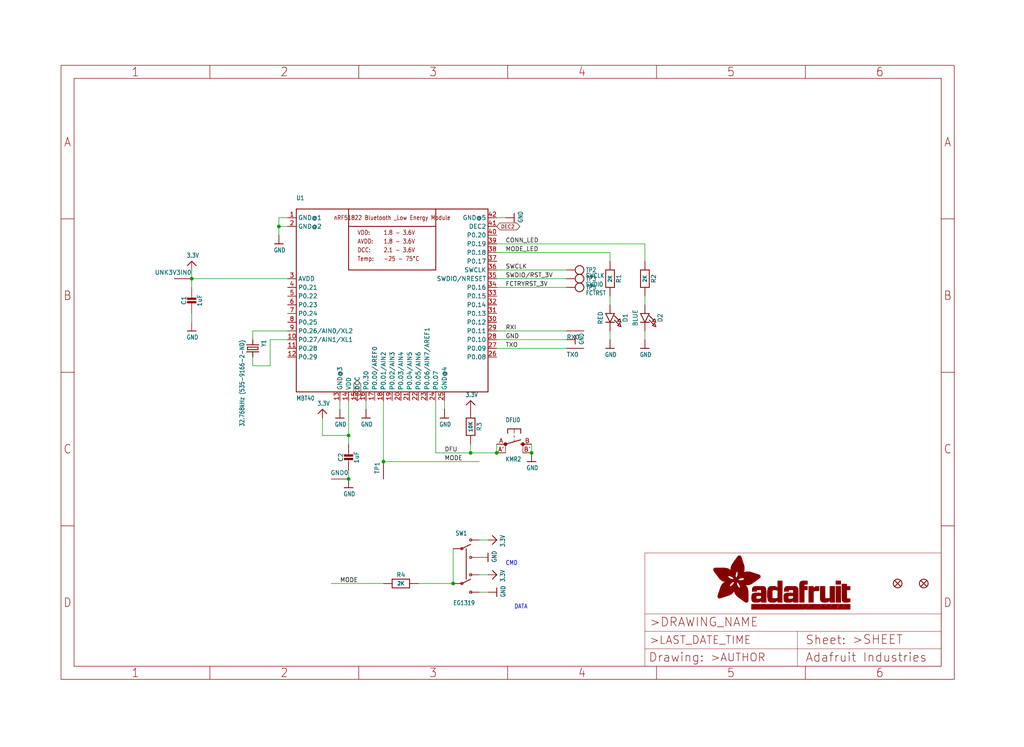
<source format=kicad_sch>
(kicad_sch (version 20211123) (generator eeschema)
  (paper "User" 298.45 217.881)
  (lib_symbols
    (symbol "eagleSchem-eagle-import:3.3V" (power)
      (property "Value" "3.3V" (at -1.524 1.016 0))
      (symbol "3.3V_1_0"
        (pin power_in line (at 0 -2.54 90) (length 2.54) (name "3.3V") (number "1"))
      )
    )
    (symbol "eagleSchem-eagle-import:CAP_CERAMIC0805-NOOUTLINE"
      (property "Reference" "C" (at -2.29 1.25 90))
      (property "Value" "CAP_CERAMIC0805-NOOUTLINE" (at 2.3 1.25 90))
      (symbol "CAP_CERAMIC0805-NOOUTLINE_1_0"
        (pin passive line (at 0 5.08 270) (length 2.54) (name "1") (number "1"))
        (pin passive line (at 0 -2.54 90) (length 2.54) (name "2") (number "2"))
      )
    )
    (symbol "eagleSchem-eagle-import:CRYSTAL2.0X6.0_32.768"
      (property "Reference" "Y" (at -2.54 2.54 0))
      (property "Value" "CRYSTAL2.0X6.0_32.768" (at -2.54 -3.81 0))
      (symbol "CRYSTAL2.0X6.0_32.768_1_0"
        (pin passive line (at -2.54 0 0) (length 0) (name "1") (number "1"))
        (pin passive line (at 2.54 0 180) (length 0) (name "2") (number "2"))
      )
    )
    (symbol "eagleSchem-eagle-import:FIDUCIAL{dblquote}{dblquote}")
    (symbol "eagleSchem-eagle-import:FRAME_A4_ADAFRUIT"
      (symbol "FRAME_A4_ADAFRUIT_1_0"
        (text "1" (at 21.6958 1.905 0) (effects (font (size 2.54 2.286))))
        (text "1" (at 21.6958 177.165 0) (effects (font (size 2.54 2.286))))
        (text "2" (at 65.0875 1.905 0) (effects (font (size 2.54 2.286))))
        (text "2" (at 65.0875 177.165 0) (effects (font (size 2.54 2.286))))
        (text "3" (at 108.4792 1.905 0) (effects (font (size 2.54 2.286))))
        (text "3" (at 108.4792 177.165 0) (effects (font (size 2.54 2.286))))
        (text "4" (at 151.8708 1.905 0) (effects (font (size 2.54 2.286))))
        (text "4" (at 151.8708 177.165 0) (effects (font (size 2.54 2.286))))
        (text "5" (at 195.2625 1.905 0) (effects (font (size 2.54 2.286))))
        (text "5" (at 195.2625 177.165 0) (effects (font (size 2.54 2.286))))
        (text "6" (at 238.6542 1.905 0) (effects (font (size 2.54 2.286))))
        (text "6" (at 238.6542 177.165 0) (effects (font (size 2.54 2.286))))
        (text ">AUTHOR" (at 189.23 5.08 0) (effects (font (size 2.286 2.286)) (justify left bottom)))
        (text ">DRAWING_NAME" (at 171.45 15.24 0) (effects (font (size 2.54 2.54)) (justify left bottom)))
        (text ">LAST_DATE_TIME" (at 171.45 10.16 0) (effects (font (size 2.286 2.286)) (justify left bottom)))
        (text ">SHEET" (at 230.505 10.16 0) (effects (font (size 2.54 2.54)) (justify left bottom)))
        (text "A" (at 1.905 156.6863 0) (effects (font (size 2.54 2.286))))
        (text "A" (at 258.445 156.6863 0) (effects (font (size 2.54 2.286))))
        (text "Adafruit Industries" (at 216.916 4.953 0) (effects (font (size 2.54 2.54)) (justify left bottom)))
        (text "B" (at 1.905 111.9188 0) (effects (font (size 2.54 2.286))))
        (text "B" (at 258.445 111.9188 0) (effects (font (size 2.54 2.286))))
        (text "C" (at 1.905 67.1513 0) (effects (font (size 2.54 2.286))))
        (text "C" (at 258.445 67.1513 0) (effects (font (size 2.54 2.286))))
        (text "D" (at 1.905 22.3838 0) (effects (font (size 2.54 2.286))))
        (text "D" (at 258.445 22.3838 0) (effects (font (size 2.54 2.286))))
        (text "Drawing:" (at 171.196 4.953 0) (effects (font (size 2.54 2.54)) (justify left bottom)))
        (text "Sheet:" (at 216.916 10.033 0) (effects (font (size 2.54 2.54)) (justify left bottom)))
      )
    )
    (symbol "eagleSchem-eagle-import:GND" (power)
      (property "Value" "GND" (at -1.524 -2.54 0))
      (symbol "GND_1_0"
        (pin power_in line (at 0 2.54 270) (length 2.54) (name "GND") (number "1"))
      )
    )
    (symbol "eagleSchem-eagle-import:LED0805_NOOUTLINE"
      (property "Reference" "D" (at -1.27 4.445 0))
      (property "Value" "LED0805_NOOUTLINE" (at -1.27 -2.794 0))
      (symbol "LED0805_NOOUTLINE_1_0"
        (pin passive line (at -5.08 0 0) (length 2.54) (name "A") (number "A"))
        (pin passive line (at 2.54 0 180) (length 2.54) (name "C") (number "C"))
      )
    )
    (symbol "eagleSchem-eagle-import:NRF51822_MODULE_MDBT40"
      (property "Reference" "U" (at -27.94 27.94 0))
      (property "Value" "NRF51822_MODULE_MDBT40" (at -27.94 -30.48 0))
      (symbol "NRF51822_MODULE_MDBT40_1_0"
        (text "-25 - 75°C" (at -2.54 10.16 0) (effects (font (size 1.27 1.0795)) (justify left bottom)))
        (text "1.8 - 3.6V" (at -2.54 15.24 0) (effects (font (size 1.27 1.0795)) (justify left bottom)))
        (text "1.8 - 3.6V" (at -2.54 17.78 0) (effects (font (size 1.27 1.0795)) (justify left bottom)))
        (text "2.1 - 3.6V" (at -2.54 12.7 0) (effects (font (size 1.27 1.0795)) (justify left bottom)))
        (text "AVDD:" (at -10.16 15.24 0) (effects (font (size 1.27 1.0795)) (justify left bottom)))
        (text "DCC:" (at -10.16 12.7 0) (effects (font (size 1.27 1.0795)) (justify left bottom)))
        (text "nRF51822 Bluetooth _Low Energy Module" (at 0 22.86 0) (effects (font (size 1.27 1.0795))))
        (text "Temp:" (at -10.16 10.16 0) (effects (font (size 1.27 1.0795)) (justify left bottom)))
        (text "VDD:" (at -10.16 17.78 0) (effects (font (size 1.27 1.0795)) (justify left bottom)))
        (pin power_in line (at -30.48 22.86 0) (length 2.54) (name "GND@1") (number "1"))
        (pin bidirectional line (at -30.48 -12.7 0) (length 2.54) (name "P0.27/AIN1/XL1") (number "10"))
        (pin bidirectional line (at -30.48 -15.24 0) (length 2.54) (name "P0.28") (number "11"))
        (pin bidirectional line (at -30.48 -17.78 0) (length 2.54) (name "P0.29") (number "12"))
        (pin power_in line (at -15.24 -30.48 90) (length 2.54) (name "GND@3") (number "13"))
        (pin power_in line (at -12.7 -30.48 90) (length 2.54) (name "VDD") (number "14"))
        (pin power_in line (at -10.16 -30.48 90) (length 2.54) (name "DCC") (number "15"))
        (pin bidirectional line (at -7.62 -30.48 90) (length 2.54) (name "P0.30") (number "16"))
        (pin bidirectional line (at -5.08 -30.48 90) (length 2.54) (name "P0.00/AREF0") (number "17"))
        (pin bidirectional line (at -2.54 -30.48 90) (length 2.54) (name "P0.01/AIN2") (number "18"))
        (pin bidirectional line (at 0 -30.48 90) (length 2.54) (name "P0.02/AIN3") (number "19"))
        (pin power_in line (at -30.48 20.32 0) (length 2.54) (name "GND@2") (number "2"))
        (pin bidirectional line (at 2.54 -30.48 90) (length 2.54) (name "P0.03/AIN4") (number "20"))
        (pin bidirectional line (at 5.08 -30.48 90) (length 2.54) (name "P0.04/AIN5") (number "21"))
        (pin bidirectional line (at 7.62 -30.48 90) (length 2.54) (name "P0.05/AIN6") (number "22"))
        (pin bidirectional line (at 10.16 -30.48 90) (length 2.54) (name "P0.06/AIN7/AREF1") (number "23"))
        (pin bidirectional line (at 12.7 -30.48 90) (length 2.54) (name "P0.07") (number "24"))
        (pin power_in line (at 15.24 -30.48 90) (length 2.54) (name "GND@4") (number "25"))
        (pin bidirectional line (at 30.48 -17.78 180) (length 2.54) (name "P0.08") (number "26"))
        (pin bidirectional line (at 30.48 -15.24 180) (length 2.54) (name "P0.09") (number "27"))
        (pin bidirectional line (at 30.48 -12.7 180) (length 2.54) (name "P0.10") (number "28"))
        (pin bidirectional line (at 30.48 -10.16 180) (length 2.54) (name "P0.11") (number "29"))
        (pin power_in line (at -30.48 5.08 0) (length 2.54) (name "AVDD") (number "3"))
        (pin bidirectional line (at 30.48 -7.62 180) (length 2.54) (name "P0.12") (number "30"))
        (pin bidirectional line (at 30.48 -5.08 180) (length 2.54) (name "P0.13") (number "31"))
        (pin bidirectional line (at 30.48 -2.54 180) (length 2.54) (name "P0.14") (number "32"))
        (pin bidirectional line (at 30.48 0 180) (length 2.54) (name "P0.15") (number "33"))
        (pin bidirectional line (at 30.48 2.54 180) (length 2.54) (name "P0.16") (number "34"))
        (pin bidirectional line (at 30.48 5.08 180) (length 2.54) (name "SWDIO/NRESET") (number "35"))
        (pin bidirectional line (at 30.48 7.62 180) (length 2.54) (name "SWCLK") (number "36"))
        (pin bidirectional line (at 30.48 10.16 180) (length 2.54) (name "P0.17") (number "37"))
        (pin bidirectional line (at 30.48 12.7 180) (length 2.54) (name "P0.18") (number "38"))
        (pin bidirectional line (at 30.48 15.24 180) (length 2.54) (name "P0.19") (number "39"))
        (pin bidirectional line (at -30.48 2.54 0) (length 2.54) (name "P0.21") (number "4"))
        (pin bidirectional line (at 30.48 17.78 180) (length 2.54) (name "P0.20") (number "40"))
        (pin power_in line (at 30.48 20.32 180) (length 2.54) (name "DEC2") (number "41"))
        (pin power_in line (at 30.48 22.86 180) (length 2.54) (name "GND@5") (number "42"))
        (pin bidirectional line (at -30.48 0 0) (length 2.54) (name "P0.22") (number "5"))
        (pin bidirectional line (at -30.48 -2.54 0) (length 2.54) (name "P0.23") (number "6"))
        (pin bidirectional line (at -30.48 -5.08 0) (length 2.54) (name "P0.24") (number "7"))
        (pin bidirectional line (at -30.48 -7.62 0) (length 2.54) (name "P0.25") (number "8"))
        (pin bidirectional line (at -30.48 -10.16 0) (length 2.54) (name "P0.26/AIN0/XL2") (number "9"))
      )
    )
    (symbol "eagleSchem-eagle-import:RESISTOR0805_NOOUTLINE"
      (property "Reference" "R" (at 0 2.54 0))
      (property "Value" "RESISTOR0805_NOOUTLINE" (at 0 0 0))
      (symbol "RESISTOR0805_NOOUTLINE_1_0"
        (pin passive line (at -5.08 0 0) (length 2.54) (name "1") (number "1"))
        (pin passive line (at 5.08 0 180) (length 2.54) (name "2") (number "2"))
      )
    )
    (symbol "eagleSchem-eagle-import:SEWTAP-2.0IN"
      (property "Reference" "TP" (at 0 2.54 0))
      (symbol "SEWTAP-2.0IN_1_0"
        (pin bidirectional line (at 0 0 180) (length 5.08) (name "SEW") (number "P$1"))
      )
    )
    (symbol "eagleSchem-eagle-import:SWITCH_DPDTEG1390"
      (property "Reference" "SW" (at -4.445 8.89 0))
      (property "Value" "SWITCH_DPDTEG1390" (at -5.08 -11.43 0))
      (symbol "SWITCH_DPDTEG1390_1_0"
        (pin passive line (at 2.54 7.62 180) (length 2.54) (name "O1") (number "O1"))
        (pin passive line (at 2.54 -2.54 180) (length 2.54) (name "O2") (number "O2"))
        (pin passive line (at -5.08 5.08 0) (length 2.54) (name "P1") (number "P1"))
        (pin passive line (at -5.08 -5.08 0) (length 2.54) (name "P2") (number "P2"))
        (pin passive line (at 2.54 2.54 180) (length 2.54) (name "S1") (number "S1"))
        (pin passive line (at 2.54 -7.62 180) (length 2.54) (name "S2") (number "S2"))
      )
    )
    (symbol "eagleSchem-eagle-import:SWITCH_TACT_SMT4.6X2.8"
      (property "Reference" "SW" (at -2.54 6.35 0))
      (property "Value" "SWITCH_TACT_SMT4.6X2.8" (at -2.54 -5.08 0))
      (symbol "SWITCH_TACT_SMT4.6X2.8_1_0"
        (pin passive line (at -5.08 0 0) (length 2.54) (name "P") (number "A"))
        (pin passive line (at -5.08 -2.54 0) (length 2.54) (name "P1") (number "A'"))
        (pin passive line (at 5.08 0 180) (length 2.54) (name "S") (number "B"))
        (pin passive line (at 5.08 -2.54 180) (length 2.54) (name "S1") (number "B'"))
      )
    )
    (symbol "eagleSchem-eagle-import:TESTPOINT1.5X2.0MM_NOCREAM"
      (property "Reference" "TP" (at 0 5.588 90))
      (property "Value" "TESTPOINT1.5X2.0MM_NOCREAM" (at 1.651 5.588 90))
      (symbol "TESTPOINT1.5X2.0MM_NOCREAM_1_0"
        (pin bidirectional line (at 0 0 90) (length 2.54) (name "P$1") (number "P$1"))
      )
    )
  )
  (junction (at 81.28 66.04))
  (junction (at 132.08 170.18))
  (junction (at 55.88 81.28))
  (junction (at 137.16 132.08))
  (junction (at 111.76 134.62))
  (junction (at 144.78 132.08))
  (junction (at 101.6 127))
  (junction (at 101.6 139.7))
  (junction (at 154.94 132.08))
  (wire (pts (xy 187.96 71.12) (xy 187.96 76.2)))
  (wire (pts (xy 83.82 96.52) (xy 73.66 96.52)))
  (wire (pts (xy 144.78 99.06) (xy 165.1 99.06)))
  (wire (pts (xy 144.78 63.5) (xy 147.32 63.5)))
  (wire (pts (xy 187.96 86.36) (xy 187.96 88.9)))
  (wire (pts (xy 139.7 167.64) (xy 142.24 167.64)))
  (wire (pts (xy 165.1 101.6) (xy 144.78 101.6)))
  (wire (pts (xy 101.6 127) (xy 93.98 127)))
  (wire (pts (xy 73.66 104.14) (xy 73.66 106.68)))
  (wire (pts (xy 81.28 63.5) (xy 81.28 66.04)))
  (wire (pts (xy 83.82 66.04) (xy 81.28 66.04)))
  (wire (pts (xy 121.92 170.18) (xy 132.08 170.18)))
  (wire (pts (xy 78.74 99.06) (xy 83.82 99.06)))
  (wire (pts (xy 144.78 83.82) (xy 165.1 83.82)))
  (wire (pts (xy 73.66 106.68) (xy 78.74 106.68)))
  (wire (pts (xy 144.78 73.66) (xy 177.8 73.66)))
  (wire (pts (xy 139.7 172.72) (xy 142.24 172.72)))
  (wire (pts (xy 187.96 96.52) (xy 187.96 99.06)))
  (wire (pts (xy 99.06 116.84) (xy 99.06 119.38)))
  (wire (pts (xy 177.8 96.52) (xy 177.8 99.06)))
  (wire (pts (xy 111.76 170.18) (xy 96.52 170.18)))
  (wire (pts (xy 127 116.84) (xy 127 132.08)))
  (wire (pts (xy 137.16 129.54) (xy 137.16 132.08)))
  (wire (pts (xy 101.6 137.16) (xy 101.6 139.7)))
  (wire (pts (xy 177.8 73.66) (xy 177.8 76.2)))
  (wire (pts (xy 144.78 129.54) (xy 144.78 132.08)))
  (wire (pts (xy 55.88 81.28) (xy 55.88 78.74)))
  (wire (pts (xy 132.08 160.02) (xy 132.08 170.18)))
  (wire (pts (xy 55.88 81.28) (xy 55.88 83.82)))
  (wire (pts (xy 137.16 132.08) (xy 144.78 132.08)))
  (wire (pts (xy 81.28 66.04) (xy 81.28 68.58)))
  (wire (pts (xy 177.8 86.36) (xy 177.8 88.9)))
  (wire (pts (xy 144.78 78.74) (xy 165.1 78.74)))
  (wire (pts (xy 144.78 96.52) (xy 165.1 96.52)))
  (wire (pts (xy 73.66 96.52) (xy 73.66 99.06)))
  (wire (pts (xy 106.68 116.84) (xy 106.68 119.38)))
  (wire (pts (xy 154.94 129.54) (xy 154.94 132.08)))
  (wire (pts (xy 78.74 106.68) (xy 78.74 99.06)))
  (wire (pts (xy 93.98 127) (xy 93.98 121.92)))
  (wire (pts (xy 127 132.08) (xy 137.16 132.08)))
  (wire (pts (xy 55.88 91.44) (xy 55.88 93.98)))
  (wire (pts (xy 142.24 157.48) (xy 139.7 157.48)))
  (wire (pts (xy 129.54 116.84) (xy 129.54 119.38)))
  (wire (pts (xy 111.76 134.62) (xy 139.7 134.62)))
  (wire (pts (xy 83.82 63.5) (xy 81.28 63.5)))
  (wire (pts (xy 101.6 127) (xy 101.6 129.54)))
  (wire (pts (xy 144.78 81.28) (xy 165.1 81.28)))
  (wire (pts (xy 111.76 116.84) (xy 111.76 134.62)))
  (wire (pts (xy 101.6 116.84) (xy 101.6 127)))
  (wire (pts (xy 83.82 81.28) (xy 55.88 81.28)))
  (wire (pts (xy 144.78 71.12) (xy 187.96 71.12)))
  (text "DATA" (at 149.86 177.8 180) (effects (font (size 1.27 1.0795)) (justify left bottom)))
  (text "CMD" (at 147.32 165.1 180) (effects (font (size 1.27 1.0795)) (justify left bottom)))
  (label "DFU" (at 129.54 132.08 0) (effects (font (size 1.2446 1.2446))))
  (label "SWDIO/RST_3V" (at 147.32 81.28 0) (effects (font (size 1.2446 1.2446))))
  (label "FCTRYRST_3V" (at 147.32 83.82 0) (effects (font (size 1.2446 1.2446))))
  (label "CONN_LED" (at 147.32 71.12 0) (effects (font (size 1.2446 1.2446))))
  (label "RXI" (at 147.32 96.52 0) (effects (font (size 1.2446 1.2446))))
  (label "MODE_LED" (at 147.32 73.66 0) (effects (font (size 1.2446 1.2446))))
  (label "SWCLK" (at 147.32 78.74 0) (effects (font (size 1.2446 1.2446))))
  (label "TXO" (at 147.32 101.6 0) (effects (font (size 1.2446 1.2446))))
  (label "MODE" (at 99.06 170.18 0) (effects (font (size 1.2446 1.2446))))
  (label "MODE" (at 129.54 134.62 0) (effects (font (size 1.2446 1.2446))))
  (label "GND" (at 147.32 99.06 0) (effects (font (size 1.2446 1.2446))))
  (global_label "DCC" (shape bidirectional) (at 104.14 116.84 90) (effects (font (size 1.016 1.016))) (property "Intersheet References" "${INTERSHEET_REFS}" (effects hide)))
  (global_label "DEC2" (shape bidirectional) (at 144.78 66.04 0) (effects (font (size 1.016 1.016))) (property "Intersheet References" "${INTERSHEET_REFS}" (effects hide)))
  (symbol (lib_id "eagleSchem-eagle-import:GND") (at 99.06 121.92 0) (unit 1)
    (property "Reference" "#U$11" (effects hide))
    (property "Value" "GND" (at 97.536 124.46 0) (effects (font (size 1.27 1.0795)) (justify left bottom)))
    (property "Footprint" "eagleSchem:" (effects hide))
  )
  (symbol (lib_id "eagleSchem-eagle-import:TESTPOINT1.5X2.0MM_NOCREAM") (at 165.1 81.28 270) (unit 1)
    (property "Reference" "TP3" (at 170.688 81.28 90) (effects (font (size 1.27 1.0795)) (justify left)))
    (property "Value" "SWDIO" (at 170.688 82.931 90) (effects (font (size 1.27 1.0795)) (justify left)))
    (property "Footprint" "eagleSchem:PAD-1.5X2.0" (effects hide))
  )
  (symbol (lib_id "eagleSchem-eagle-import:RESISTOR0805_NOOUTLINE") (at 177.8 81.28 270) (unit 1)
    (property "Reference" "R1" (at 180.34 81.28 0))
    (property "Value" "2K" (at 177.8 81.28 0) (effects (font (size 1.016 1.016) bold)))
    (property "Footprint" "eagleSchem:0805-NO" (effects hide))
  )
  (symbol (lib_id "eagleSchem-eagle-import:RESISTOR0805_NOOUTLINE") (at 116.84 170.18 0) (unit 1)
    (property "Reference" "R4" (at 116.84 167.64 0))
    (property "Value" "2K" (at 116.84 170.18 0) (effects (font (size 1.016 1.016) bold)))
    (property "Footprint" "eagleSchem:0805-NO" (effects hide))
  )
  (symbol (lib_id "eagleSchem-eagle-import:3.3V") (at 55.88 76.2 0) (unit 1)
    (property "Reference" "#U$16" (effects hide))
    (property "Value" "3.3V" (at 54.356 75.184 0) (effects (font (size 1.27 1.0795)) (justify left bottom)))
    (property "Footprint" "eagleSchem:" (effects hide))
  )
  (symbol (lib_id "eagleSchem-eagle-import:GND") (at 149.86 63.5 90) (unit 1)
    (property "Reference" "#U$13" (effects hide))
    (property "Value" "GND" (at 152.4 65.024 0) (effects (font (size 1.27 1.0795)) (justify left bottom)))
    (property "Footprint" "eagleSchem:" (effects hide))
  )
  (symbol (lib_id "eagleSchem-eagle-import:TESTPOINT1.5X2.0MM_NOCREAM") (at 165.1 83.82 270) (unit 1)
    (property "Reference" "TP5" (at 170.688 83.82 90) (effects (font (size 1.27 1.0795)) (justify left)))
    (property "Value" "FCTRST" (at 170.688 85.471 90) (effects (font (size 1.27 1.0795)) (justify left)))
    (property "Footprint" "eagleSchem:PAD-1.5X2.0" (effects hide))
  )
  (symbol (lib_id "eagleSchem-eagle-import:3.3V") (at 144.78 157.48 270) (unit 1)
    (property "Reference" "#U$21" (effects hide))
    (property "Value" "3.3V" (at 145.796 155.956 0) (effects (font (size 1.27 1.0795)) (justify left bottom)))
    (property "Footprint" "eagleSchem:" (effects hide))
  )
  (symbol (lib_id "eagleSchem-eagle-import:SEWTAP-2.0IN") (at 165.1 96.52 180) (unit 1)
    (property "Reference" "RX0" (at 165.1 99.06 0) (effects (justify right top)))
    (property "Value" "SEWTAP-2.0IN" (effects hide))
    (property "Footprint" "eagleSchem:SEWINGTAP_2.0" (effects hide))
  )
  (symbol (lib_id "eagleSchem-eagle-import:SWITCH_TACT_SMT4.6X2.8") (at 149.86 129.54 0) (unit 1)
    (property "Reference" "DFU0" (at 147.32 123.19 0) (effects (font (size 1.27 1.0795)) (justify left bottom)))
    (property "Value" "KMR2" (at 147.32 134.62 0) (effects (font (size 1.27 1.0795)) (justify left bottom)))
    (property "Footprint" "eagleSchem:BTN_KMR2_4.6X2.8" (effects hide))
  )
  (symbol (lib_id "eagleSchem-eagle-import:GND") (at 154.94 134.62 0) (unit 1)
    (property "Reference" "#U$2" (effects hide))
    (property "Value" "GND" (at 153.416 137.16 0) (effects (font (size 1.27 1.0795)) (justify left bottom)))
    (property "Footprint" "eagleSchem:" (effects hide))
  )
  (symbol (lib_id "eagleSchem-eagle-import:SEWTAP-2.0IN") (at 111.76 134.62 90) (unit 1)
    (property "Reference" "TP1" (at 109.22 134.62 0) (effects (justify right top)))
    (property "Value" "SEWTAP-2.0IN" (effects hide))
    (property "Footprint" "eagleSchem:SEWINGTAP_2.0" (effects hide))
  )
  (symbol (lib_id "eagleSchem-eagle-import:FIDUCIAL{dblquote}{dblquote}") (at 261.62 170.18 0) (unit 1)
    (property "Reference" "FID2" (effects hide))
    (property "Value" "FIDUCIAL{dblquote}{dblquote}" (effects hide))
    (property "Footprint" "eagleSchem:FIDUCIAL_1MM" (effects hide))
  )
  (symbol (lib_id "eagleSchem-eagle-import:GND") (at 81.28 71.12 0) (unit 1)
    (property "Reference" "#U$12" (effects hide))
    (property "Value" "GND" (at 79.756 73.66 0) (effects (font (size 1.27 1.0795)) (justify left bottom)))
    (property "Footprint" "eagleSchem:" (effects hide))
  )
  (symbol (lib_id "eagleSchem-eagle-import:NRF51822_MODULE_MDBT40") (at 114.3 86.36 0) (unit 1)
    (property "Reference" "U1" (at 86.36 58.42 0) (effects (font (size 1.27 1.0795)) (justify left bottom)))
    (property "Value" "MBT40" (at 86.36 116.84 0) (effects (font (size 1.27 1.0795)) (justify left bottom)))
    (property "Footprint" "eagleSchem:BLE_MODULE_RAYTAC_MDBT40" (effects hide))
  )
  (symbol (lib_id "eagleSchem-eagle-import:TESTPOINT1.5X2.0MM_NOCREAM") (at 165.1 78.74 270) (unit 1)
    (property "Reference" "TP2" (at 170.688 78.74 90) (effects (font (size 1.27 1.0795)) (justify left)))
    (property "Value" "SWCLK" (at 170.688 80.391 90) (effects (font (size 1.27 1.0795)) (justify left)))
    (property "Footprint" "eagleSchem:PAD-1.5X2.0" (effects hide))
  )
  (symbol (lib_id "eagleSchem-eagle-import:RESISTOR0805_NOOUTLINE") (at 137.16 124.46 270) (unit 1)
    (property "Reference" "R3" (at 139.7 124.46 0))
    (property "Value" "10K" (at 137.16 124.46 0) (effects (font (size 1.016 1.016) bold)))
    (property "Footprint" "eagleSchem:0805-NO" (effects hide))
  )
  (symbol (lib_id "eagleSchem-eagle-import:3.3V") (at 137.16 116.84 0) (unit 1)
    (property "Reference" "#U$4" (effects hide))
    (property "Value" "3.3V" (at 135.636 115.824 0) (effects (font (size 1.27 1.0795)) (justify left bottom)))
    (property "Footprint" "eagleSchem:" (effects hide))
  )
  (symbol (lib_id "eagleSchem-eagle-import:GND") (at 177.8 101.6 0) (unit 1)
    (property "Reference" "#U$3" (effects hide))
    (property "Value" "GND" (at 176.276 104.14 0) (effects (font (size 1.27 1.0795)) (justify left bottom)))
    (property "Footprint" "eagleSchem:" (effects hide))
  )
  (symbol (lib_id "eagleSchem-eagle-import:FIDUCIAL{dblquote}{dblquote}") (at 269.24 170.18 0) (unit 1)
    (property "Reference" "FID1" (effects hide))
    (property "Value" "FIDUCIAL{dblquote}{dblquote}" (effects hide))
    (property "Footprint" "eagleSchem:FIDUCIAL_1MM" (effects hide))
  )
  (symbol (lib_id "eagleSchem-eagle-import:GND") (at 187.96 101.6 0) (unit 1)
    (property "Reference" "#U$8" (effects hide))
    (property "Value" "GND" (at 186.436 104.14 0) (effects (font (size 1.27 1.0795)) (justify left bottom)))
    (property "Footprint" "eagleSchem:" (effects hide))
  )
  (symbol (lib_id "eagleSchem-eagle-import:SEWTAP-2.0IN") (at 165.1 101.6 180) (unit 1)
    (property "Reference" "TX0" (at 165.1 104.14 0) (effects (justify right top)))
    (property "Value" "SEWTAP-2.0IN" (effects hide))
    (property "Footprint" "eagleSchem:SEWINGTAP_2.0" (effects hide))
  )
  (symbol (lib_id "eagleSchem-eagle-import:GND") (at 142.24 162.56 90) (unit 1)
    (property "Reference" "#U$22" (effects hide))
    (property "Value" "GND" (at 144.78 164.084 0) (effects (font (size 1.27 1.0795)) (justify left bottom)))
    (property "Footprint" "eagleSchem:" (effects hide))
  )
  (symbol (lib_id "eagleSchem-eagle-import:3.3V") (at 144.78 167.64 270) (unit 1)
    (property "Reference" "#U$17" (effects hide))
    (property "Value" "3.3V" (at 145.796 166.116 0) (effects (font (size 1.27 1.0795)) (justify left bottom)))
    (property "Footprint" "eagleSchem:" (effects hide))
  )
  (symbol (lib_id "eagleSchem-eagle-import:CAP_CERAMIC0805-NOOUTLINE") (at 101.6 134.62 0) (unit 1)
    (property "Reference" "C2" (at 99.31 133.37 90))
    (property "Value" "1uF" (at 103.9 133.37 90))
    (property "Footprint" "eagleSchem:0805-NO" (effects hide))
  )
  (symbol (lib_id "eagleSchem-eagle-import:LED0805_NOOUTLINE") (at 187.96 93.98 270) (unit 1)
    (property "Reference" "D2" (at 192.405 92.71 0))
    (property "Value" "BLUE" (at 185.166 92.71 0))
    (property "Footprint" "eagleSchem:CHIPLED_0805_NOOUTLINE" (effects hide))
  )
  (symbol (lib_id "eagleSchem-eagle-import:SWITCH_DPDTEG1390") (at 137.16 165.1 0) (unit 1)
    (property "Reference" "SW1" (at 132.715 156.21 0) (effects (font (size 1.27 1.0795)) (justify left bottom)))
    (property "Value" "EG1319" (at 132.08 176.53 0) (effects (font (size 1.27 1.0795)) (justify left bottom)))
    (property "Footprint" "eagleSchem:EG1390" (effects hide))
  )
  (symbol (lib_id "eagleSchem-eagle-import:GND") (at 106.68 121.92 0) (unit 1)
    (property "Reference" "#U$9" (effects hide))
    (property "Value" "GND" (at 105.156 124.46 0) (effects (font (size 1.27 1.0795)) (justify left bottom)))
    (property "Footprint" "eagleSchem:" (effects hide))
  )
  (symbol (lib_id "eagleSchem-eagle-import:GND") (at 101.6 142.24 0) (unit 1)
    (property "Reference" "#U$18" (effects hide))
    (property "Value" "GND" (at 100.076 144.78 0) (effects (font (size 1.27 1.0795)) (justify left bottom)))
    (property "Footprint" "eagleSchem:" (effects hide))
  )
  (symbol (lib_id "eagleSchem-eagle-import:RESISTOR0805_NOOUTLINE") (at 187.96 81.28 270) (unit 1)
    (property "Reference" "R2" (at 190.5 81.28 0))
    (property "Value" "2K" (at 187.96 81.28 0) (effects (font (size 1.016 1.016) bold)))
    (property "Footprint" "eagleSchem:0805-NO" (effects hide))
  )
  (symbol (lib_id "eagleSchem-eagle-import:SEWTAP-2.0IN") (at 101.6 139.7 0) (unit 1)
    (property "Reference" "GND0" (at 101.6 137.16 0) (effects (justify right top)))
    (property "Value" "SEWTAP-2.0IN" (effects hide))
    (property "Footprint" "eagleSchem:SEWINGTAP_2.0" (effects hide))
  )
  (symbol (lib_id "eagleSchem-eagle-import:FRAME_A4_ADAFRUIT") (at 17.78 198.12 0) (unit 1)
    (property "Reference" "#U$1" (effects hide))
    (property "Value" "FRAME_A4_ADAFRUIT" (effects hide))
    (property "Footprint" "eagleSchem:" (effects hide))
  )
  (symbol (lib_id "eagleSchem-eagle-import:GND") (at 167.64 99.06 90) (unit 1)
    (property "Reference" "#U$5" (effects hide))
    (property "Value" "GND" (at 170.18 100.584 0) (effects (font (size 1.27 1.0795)) (justify left bottom)))
    (property "Footprint" "eagleSchem:" (effects hide))
  )
  (symbol (lib_id "eagleSchem-eagle-import:GND") (at 129.54 121.92 0) (unit 1)
    (property "Reference" "#U$10" (effects hide))
    (property "Value" "GND" (at 128.016 124.46 0) (effects (font (size 1.27 1.0795)) (justify left bottom)))
    (property "Footprint" "eagleSchem:" (effects hide))
  )
  (symbol (lib_id "eagleSchem-eagle-import:CAP_CERAMIC0805-NOOUTLINE") (at 55.88 88.9 0) (unit 1)
    (property "Reference" "C1" (at 53.59 87.65 90))
    (property "Value" "1uF" (at 58.18 87.65 90))
    (property "Footprint" "eagleSchem:0805-NO" (effects hide))
  )
  (symbol (lib_id "eagleSchem-eagle-import:3.3V") (at 93.98 119.38 0) (unit 1)
    (property "Reference" "#U$14" (effects hide))
    (property "Value" "3.3V" (at 92.456 118.364 0) (effects (font (size 1.27 1.0795)) (justify left bottom)))
    (property "Footprint" "eagleSchem:" (effects hide))
  )
  (symbol (lib_id "eagleSchem-eagle-import:LED0805_NOOUTLINE") (at 177.8 93.98 270) (unit 1)
    (property "Reference" "D1" (at 182.245 92.71 0))
    (property "Value" "RED" (at 175.006 92.71 0))
    (property "Footprint" "eagleSchem:CHIPLED_0805_NOOUTLINE" (effects hide))
  )
  (symbol (lib_id "eagleSchem-eagle-import:CRYSTAL2.0X6.0_32.768") (at 73.66 101.6 270) (unit 1)
    (property "Reference" "Y1" (at 76.2 99.06 0) (effects (font (size 1.27 1.0795)) (justify left bottom)))
    (property "Value" "32.768kHz (535-9166-2-ND)" (at 69.85 99.06 0) (effects (font (size 1.27 1.0795)) (justify left bottom)))
    (property "Footprint" "eagleSchem:CRYSTAL_CYL_2X6MM_SMT" (effects hide))
  )
  (symbol (lib_id "eagleSchem-eagle-import:GND") (at 144.78 172.72 90) (unit 1)
    (property "Reference" "#U$20" (effects hide))
    (property "Value" "GND" (at 147.32 174.244 0) (effects (font (size 1.27 1.0795)) (justify left bottom)))
    (property "Footprint" "eagleSchem:" (effects hide))
  )
  (symbol (lib_id "eagleSchem-eagle-import:SEWTAP-2.0IN") (at 55.88 81.28 0) (unit 1)
    (property "Reference" "UNK3V3IN0" (at 55.88 78.74 0) (effects (justify right top)))
    (property "Value" "SEWTAP-2.0IN" (effects hide))
    (property "Footprint" "eagleSchem:SEWINGTAP_2.0" (effects hide))
  )
  (symbol (lib_id "eagleSchem-eagle-import:GND") (at 55.88 96.52 0) (unit 1)
    (property "Reference" "#U$15" (effects hide))
    (property "Value" "GND" (at 54.356 99.06 0) (effects (font (size 1.27 1.0795)) (justify left bottom)))
    (property "Footprint" "eagleSchem:" (effects hide))
  )
)
</source>
